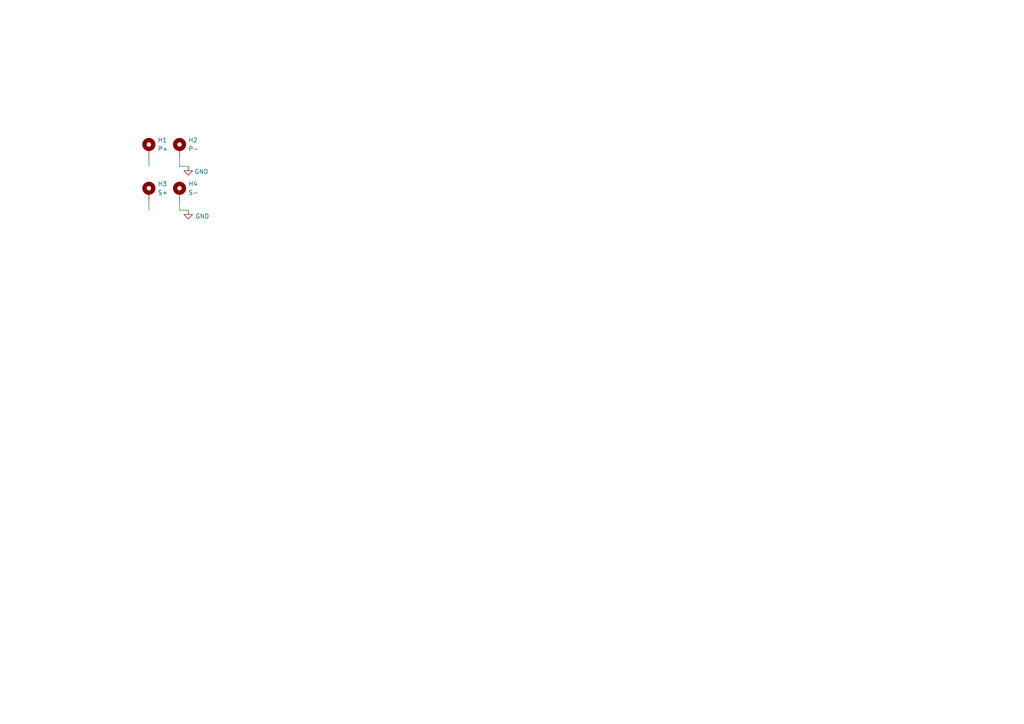
<source format=kicad_sch>
(kicad_sch (version 20250114) (generator "eeschema") (generator_version "9.0")
  (paper "A4")
  (lib_symbols
    (symbol "Mechanical:MountingHole_Pad" (pin_numbers (hide yes)) (pin_names (offset 1.016) (hide yes)) (in_bom no)
      (property "Reference" "H" (at 0 6.35 0))
      (property "Value" "MountingHole_Pad" (at 0 4.445 0))
      (symbol "MountingHole_Pad_0_1"
        (circle (center 0 1.27) (radius 1.27) (stroke (width 1.27)))
      )
      (symbol "MountingHole_Pad_1_1"
        (pin input line (at 0 -2.54 90) (length 2.54) (name "1") (number "1"))
      )
    )
    (symbol "power:GND" (power) (pin_numbers (hide yes)) (pin_names (offset 0) (hide yes))
      (property "Value" "GND" (at 0 -3.81 0))
      (symbol "GND_0_1"
        (polyline (pts (xy 0 0) (xy 0 -1.27) (xy 1.27 -1.27) (xy 0 -2.54) (xy -1.27 -1.27) (xy 0 -1.27)))
      )
      (symbol "GND_1_1"
        (pin power_in line (at 0 0 270) (length 0) (name "~") (number "1"))
      )
    )
  )
  (wire (pts (xy 52.07 58.42) (xy 52.07 60.96)))
  (wire (pts (xy 43.18 45.72) (xy 43.18 48.26)))
  (wire (pts (xy 52.07 45.72) (xy 52.07 48.26)))
  (wire (pts (xy 52.07 48.26) (xy 54.61 48.26)))
  (wire (pts (xy 52.07 60.96) (xy 54.61 60.96)))
  (wire (pts (xy 43.18 58.42) (xy 43.18 60.96)))
  (symbol (lib_id "power:GND") (at 54.61 48.26 0) (unit 1)
    (property "Reference" "#PWR01" (effects (hide yes)))
    (property "Value" "GND" (at 58.42 49.784 0))
    (property "Description" "Power symbol creates a global label with name \"GND\" , ground" (effects (hide yes)))
  )
  (symbol (lib_id "Mechanical:MountingHole_Pad") (at 52.07 55.88 0) (unit 1) (in_bom no)
    (property "Reference" "H4" (at 54.61 53.3399 0) (effects (justify left)))
    (property "Value" "S-" (at 54.61 55.8799 0) (effects (justify left)))
    (property "Footprint" "MountingHole:MountingHole_2.2mm_M2_DIN965_Pad" (effects (hide yes)))
    (property "Description" "Mounting Hole with connection" (effects (hide yes)))
  )
  (symbol (lib_id "power:GND") (at 54.61 60.96 0) (unit 1)
    (property "Reference" "#PWR02" (effects (hide yes)))
    (property "Value" "GND" (at 58.674 62.738 0))
    (property "Description" "Power symbol creates a global label with name \"GND\" , ground" (effects (hide yes)))
  )
  (symbol (lib_id "Mechanical:MountingHole_Pad") (at 52.07 43.18 0) (unit 1) (in_bom no)
    (property "Reference" "H2" (at 54.61 40.6399 0) (effects (justify left)))
    (property "Value" "P-" (at 54.61 43.1799 0) (effects (justify left)))
    (property "Footprint" "MountingHole:MountingHole_2.2mm_M2_DIN965_Pad" (effects (hide yes)))
    (property "Description" "Mounting Hole with connection" (effects (hide yes)))
  )
  (symbol (lib_id "Mechanical:MountingHole_Pad") (at 43.18 43.18 0) (unit 1) (in_bom no)
    (property "Reference" "H1" (at 45.72 40.6399 0) (effects (justify left)))
    (property "Value" "P+" (at 45.72 43.1799 0) (effects (justify left)))
    (property "Footprint" "MountingHole:MountingHole_2.2mm_M2_DIN965_Pad" (effects (hide yes)))
    (property "Description" "Mounting Hole with connection" (effects (hide yes)))
  )
  (symbol (lib_id "Mechanical:MountingHole_Pad") (at 43.18 55.88 0) (unit 1) (in_bom no)
    (property "Reference" "H3" (at 45.72 53.3399 0) (effects (justify left)))
    (property "Value" "S+" (at 45.72 55.8799 0) (effects (justify left)))
    (property "Footprint" "MountingHole:MountingHole_2.2mm_M2_DIN965_Pad" (effects (hide yes)))
    (property "Description" "Mounting Hole with connection" (effects (hide yes)))
  )
)
</source>
